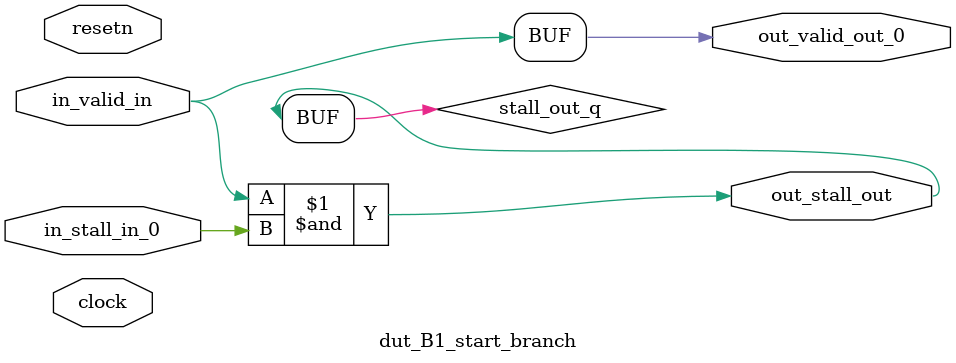
<source format=sv>



(* altera_attribute = "-name AUTO_SHIFT_REGISTER_RECOGNITION OFF; -name MESSAGE_DISABLE 10036; -name MESSAGE_DISABLE 10037; -name MESSAGE_DISABLE 14130; -name MESSAGE_DISABLE 14320; -name MESSAGE_DISABLE 15400; -name MESSAGE_DISABLE 14130; -name MESSAGE_DISABLE 10036; -name MESSAGE_DISABLE 12020; -name MESSAGE_DISABLE 12030; -name MESSAGE_DISABLE 12010; -name MESSAGE_DISABLE 12110; -name MESSAGE_DISABLE 14320; -name MESSAGE_DISABLE 13410; -name MESSAGE_DISABLE 113007; -name MESSAGE_DISABLE 10958" *)
module dut_B1_start_branch (
    input wire [0:0] in_stall_in_0,
    input wire [0:0] in_valid_in,
    output wire [0:0] out_stall_out,
    output wire [0:0] out_valid_out_0,
    input wire clock,
    input wire resetn
    );

    wire [0:0] stall_out_q;


    // stall_out(LOGICAL,6)
    assign stall_out_q = in_valid_in & in_stall_in_0;

    // out_stall_out(GPOUT,4)
    assign out_stall_out = stall_out_q;

    // out_valid_out_0(GPOUT,5)
    assign out_valid_out_0 = in_valid_in;

endmodule

</source>
